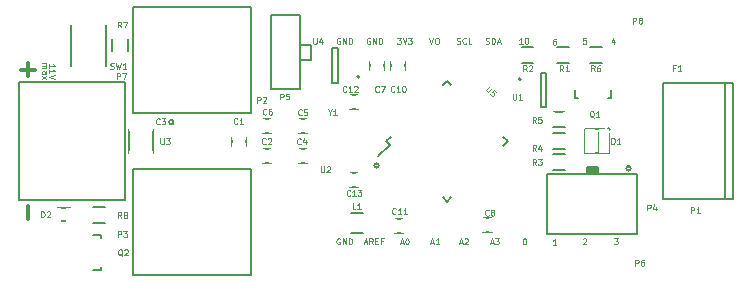
<source format=gto>
G04 #@! TF.FileFunction,Legend,Top*
%FSLAX46Y46*%
G04 Gerber Fmt 4.6, Leading zero omitted, Abs format (unit mm)*
G04 Created by KiCad (PCBNEW 4.0.2-stable) date 11/17/2016 12:04:15 PM*
%MOMM*%
G01*
G04 APERTURE LIST*
%ADD10C,0.100000*%
%ADD11C,0.200000*%
%ADD12C,0.050000*%
%ADD13C,0.090000*%
%ADD14C,0.300000*%
%ADD15C,0.150000*%
%ADD16R,1.460000X1.050000*%
%ADD17R,2.398980X2.398980*%
%ADD18O,2.398980X2.398980*%
%ADD19R,1.200100X1.200100*%
%ADD20R,1.150000X1.200000*%
%ADD21R,1.200000X1.150000*%
%ADD22R,0.950000X1.000000*%
%ADD23R,3.600000X1.900000*%
%ADD24R,0.900000X1.300000*%
%ADD25R,1.300000X0.900000*%
%ADD26R,1.350000X2.550000*%
%ADD27R,3.650000X2.550000*%
%ADD28R,2.000000X1.400000*%
%ADD29C,3.400000*%
%ADD30R,1.400000X1.650000*%
%ADD31C,1.100000*%
%ADD32R,1.300000X2.400000*%
%ADD33R,0.650000X1.100000*%
%ADD34R,0.900000X0.680000*%
%ADD35R,0.700000X1.200000*%
%ADD36C,2.127200*%
%ADD37O,2.127200X2.127200*%
%ADD38R,2.127200X2.432000*%
%ADD39O,2.127200X2.432000*%
%ADD40R,1.750000X0.800000*%
%ADD41O,1.450000X1.250000*%
%ADD42O,1.900000X1.250000*%
%ADD43R,2.300000X3.300000*%
%ADD44R,2.200000X1.200000*%
%ADD45R,2.300000X1.500000*%
G04 APERTURE END LIST*
D10*
D11*
X101567976Y-108874560D02*
G75*
G03X101567976Y-108874560I-191496J0D01*
G01*
X140272496Y-112786160D02*
G75*
G03X140272496Y-112786160I-191496J0D01*
G01*
X118946656Y-112552480D02*
G75*
G03X118946656Y-112552480I-191496J0D01*
G01*
D12*
X90463810Y-103877143D02*
X90797143Y-103877143D01*
X90749524Y-103877143D02*
X90773333Y-103900952D01*
X90797143Y-103948571D01*
X90797143Y-104020000D01*
X90773333Y-104067619D01*
X90725714Y-104091428D01*
X90463810Y-104091428D01*
X90725714Y-104091428D02*
X90773333Y-104115238D01*
X90797143Y-104162857D01*
X90797143Y-104234285D01*
X90773333Y-104281905D01*
X90725714Y-104305714D01*
X90463810Y-104305714D01*
X90463810Y-104758095D02*
X90725714Y-104758095D01*
X90773333Y-104734286D01*
X90797143Y-104686667D01*
X90797143Y-104591429D01*
X90773333Y-104543810D01*
X90487619Y-104758095D02*
X90463810Y-104710476D01*
X90463810Y-104591429D01*
X90487619Y-104543810D01*
X90535238Y-104520000D01*
X90582857Y-104520000D01*
X90630476Y-104543810D01*
X90654286Y-104591429D01*
X90654286Y-104710476D01*
X90678095Y-104758095D01*
X90463810Y-104948572D02*
X90797143Y-105210476D01*
X90797143Y-104948572D02*
X90463810Y-105210476D01*
D13*
X91043810Y-104250477D02*
X91043810Y-103964763D01*
X91043810Y-104107620D02*
X91543810Y-104107620D01*
X91472381Y-104060001D01*
X91424762Y-104012382D01*
X91400952Y-103964763D01*
X91043810Y-104726667D02*
X91043810Y-104440953D01*
X91043810Y-104583810D02*
X91543810Y-104583810D01*
X91472381Y-104536191D01*
X91424762Y-104488572D01*
X91400952Y-104440953D01*
X91543810Y-104869524D02*
X91043810Y-105036191D01*
X91543810Y-105202857D01*
X118209047Y-101770000D02*
X118161428Y-101746190D01*
X118090000Y-101746190D01*
X118018571Y-101770000D01*
X117970952Y-101817619D01*
X117947143Y-101865238D01*
X117923333Y-101960476D01*
X117923333Y-102031905D01*
X117947143Y-102127143D01*
X117970952Y-102174762D01*
X118018571Y-102222381D01*
X118090000Y-102246190D01*
X118137619Y-102246190D01*
X118209047Y-102222381D01*
X118232857Y-102198571D01*
X118232857Y-102031905D01*
X118137619Y-102031905D01*
X118447143Y-102246190D02*
X118447143Y-101746190D01*
X118732857Y-102246190D01*
X118732857Y-101746190D01*
X118970953Y-102246190D02*
X118970953Y-101746190D01*
X119090000Y-101746190D01*
X119161429Y-101770000D01*
X119209048Y-101817619D01*
X119232857Y-101865238D01*
X119256667Y-101960476D01*
X119256667Y-102031905D01*
X119232857Y-102127143D01*
X119209048Y-102174762D01*
X119161429Y-102222381D01*
X119090000Y-102246190D01*
X118970953Y-102246190D01*
D14*
X89257143Y-117081428D02*
X89257143Y-115938571D01*
X88658572Y-104427143D02*
X89801429Y-104427143D01*
X89230000Y-104998571D02*
X89230000Y-103855714D01*
D13*
X115659047Y-101770000D02*
X115611428Y-101746190D01*
X115540000Y-101746190D01*
X115468571Y-101770000D01*
X115420952Y-101817619D01*
X115397143Y-101865238D01*
X115373333Y-101960476D01*
X115373333Y-102031905D01*
X115397143Y-102127143D01*
X115420952Y-102174762D01*
X115468571Y-102222381D01*
X115540000Y-102246190D01*
X115587619Y-102246190D01*
X115659047Y-102222381D01*
X115682857Y-102198571D01*
X115682857Y-102031905D01*
X115587619Y-102031905D01*
X115897143Y-102246190D02*
X115897143Y-101746190D01*
X116182857Y-102246190D01*
X116182857Y-101746190D01*
X116420953Y-102246190D02*
X116420953Y-101746190D01*
X116540000Y-101746190D01*
X116611429Y-101770000D01*
X116659048Y-101817619D01*
X116682857Y-101865238D01*
X116706667Y-101960476D01*
X116706667Y-102031905D01*
X116682857Y-102127143D01*
X116659048Y-102174762D01*
X116611429Y-102222381D01*
X116540000Y-102246190D01*
X116420953Y-102246190D01*
X120500954Y-101746190D02*
X120810477Y-101746190D01*
X120643811Y-101936667D01*
X120715239Y-101936667D01*
X120762858Y-101960476D01*
X120786668Y-101984286D01*
X120810477Y-102031905D01*
X120810477Y-102150952D01*
X120786668Y-102198571D01*
X120762858Y-102222381D01*
X120715239Y-102246190D01*
X120572382Y-102246190D01*
X120524763Y-102222381D01*
X120500954Y-102198571D01*
X120953334Y-101746190D02*
X121120001Y-102246190D01*
X121286667Y-101746190D01*
X121405715Y-101746190D02*
X121715238Y-101746190D01*
X121548572Y-101936667D01*
X121620000Y-101936667D01*
X121667619Y-101960476D01*
X121691429Y-101984286D01*
X121715238Y-102031905D01*
X121715238Y-102150952D01*
X121691429Y-102198571D01*
X121667619Y-102222381D01*
X121620000Y-102246190D01*
X121477143Y-102246190D01*
X121429524Y-102222381D01*
X121405715Y-102198571D01*
X123221429Y-101746190D02*
X123388096Y-102246190D01*
X123554762Y-101746190D01*
X123816667Y-101746190D02*
X123911905Y-101746190D01*
X123959524Y-101770000D01*
X124007143Y-101817619D01*
X124030952Y-101912857D01*
X124030952Y-102079524D01*
X124007143Y-102174762D01*
X123959524Y-102222381D01*
X123911905Y-102246190D01*
X123816667Y-102246190D01*
X123769048Y-102222381D01*
X123721429Y-102174762D01*
X123697619Y-102079524D01*
X123697619Y-101912857D01*
X123721429Y-101817619D01*
X123769048Y-101770000D01*
X123816667Y-101746190D01*
X125544762Y-102222381D02*
X125616191Y-102246190D01*
X125735238Y-102246190D01*
X125782857Y-102222381D01*
X125806667Y-102198571D01*
X125830476Y-102150952D01*
X125830476Y-102103333D01*
X125806667Y-102055714D01*
X125782857Y-102031905D01*
X125735238Y-102008095D01*
X125640000Y-101984286D01*
X125592381Y-101960476D01*
X125568572Y-101936667D01*
X125544762Y-101889048D01*
X125544762Y-101841429D01*
X125568572Y-101793810D01*
X125592381Y-101770000D01*
X125640000Y-101746190D01*
X125759048Y-101746190D01*
X125830476Y-101770000D01*
X126330476Y-102198571D02*
X126306666Y-102222381D01*
X126235238Y-102246190D01*
X126187619Y-102246190D01*
X126116190Y-102222381D01*
X126068571Y-102174762D01*
X126044762Y-102127143D01*
X126020952Y-102031905D01*
X126020952Y-101960476D01*
X126044762Y-101865238D01*
X126068571Y-101817619D01*
X126116190Y-101770000D01*
X126187619Y-101746190D01*
X126235238Y-101746190D01*
X126306666Y-101770000D01*
X126330476Y-101793810D01*
X126782857Y-102246190D02*
X126544762Y-102246190D01*
X126544762Y-101746190D01*
X127992858Y-102222381D02*
X128064287Y-102246190D01*
X128183334Y-102246190D01*
X128230953Y-102222381D01*
X128254763Y-102198571D01*
X128278572Y-102150952D01*
X128278572Y-102103333D01*
X128254763Y-102055714D01*
X128230953Y-102031905D01*
X128183334Y-102008095D01*
X128088096Y-101984286D01*
X128040477Y-101960476D01*
X128016668Y-101936667D01*
X127992858Y-101889048D01*
X127992858Y-101841429D01*
X128016668Y-101793810D01*
X128040477Y-101770000D01*
X128088096Y-101746190D01*
X128207144Y-101746190D01*
X128278572Y-101770000D01*
X128492858Y-102246190D02*
X128492858Y-101746190D01*
X128611905Y-101746190D01*
X128683334Y-101770000D01*
X128730953Y-101817619D01*
X128754762Y-101865238D01*
X128778572Y-101960476D01*
X128778572Y-102031905D01*
X128754762Y-102127143D01*
X128730953Y-102174762D01*
X128683334Y-102222381D01*
X128611905Y-102246190D01*
X128492858Y-102246190D01*
X128969048Y-102103333D02*
X129207143Y-102103333D01*
X128921429Y-102246190D02*
X129088096Y-101746190D01*
X129254762Y-102246190D01*
X131114762Y-102246190D02*
X130829048Y-102246190D01*
X130971905Y-102246190D02*
X130971905Y-101746190D01*
X130924286Y-101817619D01*
X130876667Y-101865238D01*
X130829048Y-101889048D01*
X131424286Y-101746190D02*
X131471905Y-101746190D01*
X131519524Y-101770000D01*
X131543333Y-101793810D01*
X131567143Y-101841429D01*
X131590952Y-101936667D01*
X131590952Y-102055714D01*
X131567143Y-102150952D01*
X131543333Y-102198571D01*
X131519524Y-102222381D01*
X131471905Y-102246190D01*
X131424286Y-102246190D01*
X131376667Y-102222381D01*
X131352857Y-102198571D01*
X131329048Y-102150952D01*
X131305238Y-102055714D01*
X131305238Y-101936667D01*
X131329048Y-101841429D01*
X131352857Y-101793810D01*
X131376667Y-101770000D01*
X131424286Y-101746190D01*
X133905238Y-101816190D02*
X133810000Y-101816190D01*
X133762381Y-101840000D01*
X133738572Y-101863810D01*
X133690953Y-101935238D01*
X133667143Y-102030476D01*
X133667143Y-102220952D01*
X133690953Y-102268571D01*
X133714762Y-102292381D01*
X133762381Y-102316190D01*
X133857619Y-102316190D01*
X133905238Y-102292381D01*
X133929048Y-102268571D01*
X133952857Y-102220952D01*
X133952857Y-102101905D01*
X133929048Y-102054286D01*
X133905238Y-102030476D01*
X133857619Y-102006667D01*
X133762381Y-102006667D01*
X133714762Y-102030476D01*
X133690953Y-102054286D01*
X133667143Y-102101905D01*
X136479048Y-101746190D02*
X136240953Y-101746190D01*
X136217143Y-101984286D01*
X136240953Y-101960476D01*
X136288572Y-101936667D01*
X136407619Y-101936667D01*
X136455238Y-101960476D01*
X136479048Y-101984286D01*
X136502857Y-102031905D01*
X136502857Y-102150952D01*
X136479048Y-102198571D01*
X136455238Y-102222381D01*
X136407619Y-102246190D01*
X136288572Y-102246190D01*
X136240953Y-102222381D01*
X136217143Y-102198571D01*
X138895238Y-101912857D02*
X138895238Y-102246190D01*
X138776191Y-101722381D02*
X138657143Y-102079524D01*
X138966667Y-102079524D01*
X138853334Y-118726190D02*
X139162857Y-118726190D01*
X138996191Y-118916667D01*
X139067619Y-118916667D01*
X139115238Y-118940476D01*
X139139048Y-118964286D01*
X139162857Y-119011905D01*
X139162857Y-119130952D01*
X139139048Y-119178571D01*
X139115238Y-119202381D01*
X139067619Y-119226190D01*
X138924762Y-119226190D01*
X138877143Y-119202381D01*
X138853334Y-119178571D01*
X136217143Y-118773810D02*
X136240953Y-118750000D01*
X136288572Y-118726190D01*
X136407619Y-118726190D01*
X136455238Y-118750000D01*
X136479048Y-118773810D01*
X136502857Y-118821429D01*
X136502857Y-118869048D01*
X136479048Y-118940476D01*
X136193334Y-119226190D01*
X136502857Y-119226190D01*
X133962857Y-119256190D02*
X133677143Y-119256190D01*
X133820000Y-119256190D02*
X133820000Y-118756190D01*
X133772381Y-118827619D01*
X133724762Y-118875238D01*
X133677143Y-118899048D01*
X131246191Y-118726190D02*
X131293810Y-118726190D01*
X131341429Y-118750000D01*
X131365238Y-118773810D01*
X131389048Y-118821429D01*
X131412857Y-118916667D01*
X131412857Y-119035714D01*
X131389048Y-119130952D01*
X131365238Y-119178571D01*
X131341429Y-119202381D01*
X131293810Y-119226190D01*
X131246191Y-119226190D01*
X131198572Y-119202381D01*
X131174762Y-119178571D01*
X131150953Y-119130952D01*
X131127143Y-119035714D01*
X131127143Y-118916667D01*
X131150953Y-118821429D01*
X131174762Y-118773810D01*
X131198572Y-118750000D01*
X131246191Y-118726190D01*
X128372858Y-119073333D02*
X128610953Y-119073333D01*
X128325239Y-119216190D02*
X128491906Y-118716190D01*
X128658572Y-119216190D01*
X128777620Y-118716190D02*
X129087143Y-118716190D01*
X128920477Y-118906667D01*
X128991905Y-118906667D01*
X129039524Y-118930476D01*
X129063334Y-118954286D01*
X129087143Y-119001905D01*
X129087143Y-119120952D01*
X129063334Y-119168571D01*
X129039524Y-119192381D01*
X128991905Y-119216190D01*
X128849048Y-119216190D01*
X128801429Y-119192381D01*
X128777620Y-119168571D01*
X125772858Y-119073333D02*
X126010953Y-119073333D01*
X125725239Y-119216190D02*
X125891906Y-118716190D01*
X126058572Y-119216190D01*
X126201429Y-118763810D02*
X126225239Y-118740000D01*
X126272858Y-118716190D01*
X126391905Y-118716190D01*
X126439524Y-118740000D01*
X126463334Y-118763810D01*
X126487143Y-118811429D01*
X126487143Y-118859048D01*
X126463334Y-118930476D01*
X126177620Y-119216190D01*
X126487143Y-119216190D01*
X123342858Y-119083333D02*
X123580953Y-119083333D01*
X123295239Y-119226190D02*
X123461906Y-118726190D01*
X123628572Y-119226190D01*
X124057143Y-119226190D02*
X123771429Y-119226190D01*
X123914286Y-119226190D02*
X123914286Y-118726190D01*
X123866667Y-118797619D01*
X123819048Y-118845238D01*
X123771429Y-118869048D01*
X120752858Y-119083333D02*
X120990953Y-119083333D01*
X120705239Y-119226190D02*
X120871906Y-118726190D01*
X121038572Y-119226190D01*
X121300477Y-118726190D02*
X121348096Y-118726190D01*
X121395715Y-118750000D01*
X121419524Y-118773810D01*
X121443334Y-118821429D01*
X121467143Y-118916667D01*
X121467143Y-119035714D01*
X121443334Y-119130952D01*
X121419524Y-119178571D01*
X121395715Y-119202381D01*
X121348096Y-119226190D01*
X121300477Y-119226190D01*
X121252858Y-119202381D01*
X121229048Y-119178571D01*
X121205239Y-119130952D01*
X121181429Y-119035714D01*
X121181429Y-118916667D01*
X121205239Y-118821429D01*
X121229048Y-118773810D01*
X121252858Y-118750000D01*
X121300477Y-118726190D01*
X117700477Y-119063333D02*
X117938572Y-119063333D01*
X117652858Y-119206190D02*
X117819525Y-118706190D01*
X117986191Y-119206190D01*
X118438572Y-119206190D02*
X118271905Y-118968095D01*
X118152858Y-119206190D02*
X118152858Y-118706190D01*
X118343334Y-118706190D01*
X118390953Y-118730000D01*
X118414762Y-118753810D01*
X118438572Y-118801429D01*
X118438572Y-118872857D01*
X118414762Y-118920476D01*
X118390953Y-118944286D01*
X118343334Y-118968095D01*
X118152858Y-118968095D01*
X118652858Y-118944286D02*
X118819524Y-118944286D01*
X118890953Y-119206190D02*
X118652858Y-119206190D01*
X118652858Y-118706190D01*
X118890953Y-118706190D01*
X119271905Y-118944286D02*
X119105239Y-118944286D01*
X119105239Y-119206190D02*
X119105239Y-118706190D01*
X119343334Y-118706190D01*
X115639047Y-118740000D02*
X115591428Y-118716190D01*
X115520000Y-118716190D01*
X115448571Y-118740000D01*
X115400952Y-118787619D01*
X115377143Y-118835238D01*
X115353333Y-118930476D01*
X115353333Y-119001905D01*
X115377143Y-119097143D01*
X115400952Y-119144762D01*
X115448571Y-119192381D01*
X115520000Y-119216190D01*
X115567619Y-119216190D01*
X115639047Y-119192381D01*
X115662857Y-119168571D01*
X115662857Y-119001905D01*
X115567619Y-119001905D01*
X115877143Y-119216190D02*
X115877143Y-118716190D01*
X116162857Y-119216190D01*
X116162857Y-118716190D01*
X116400953Y-119216190D02*
X116400953Y-118716190D01*
X116520000Y-118716190D01*
X116591429Y-118740000D01*
X116639048Y-118787619D01*
X116662857Y-118835238D01*
X116686667Y-118930476D01*
X116686667Y-119001905D01*
X116662857Y-119097143D01*
X116639048Y-119144762D01*
X116591429Y-119192381D01*
X116520000Y-119216190D01*
X116400953Y-119216190D01*
D15*
X117310000Y-105030000D02*
G75*
G03X117310000Y-105030000I-100000J0D01*
G01*
X114960000Y-105530000D02*
X115460000Y-105530000D01*
X114960000Y-102630000D02*
X114960000Y-105530000D01*
X115460000Y-102630000D02*
X114960000Y-102630000D01*
X115460000Y-105530000D02*
X115460000Y-102630000D01*
X119587476Y-110490000D02*
X119887996Y-110790520D01*
X124714000Y-105363476D02*
X125085231Y-105734707D01*
X129840524Y-110490000D02*
X129469293Y-110118769D01*
X124714000Y-115616524D02*
X124342769Y-115245293D01*
X119587476Y-110490000D02*
X119958707Y-110118769D01*
X124714000Y-115616524D02*
X125085231Y-115245293D01*
X129840524Y-110490000D02*
X129469293Y-110861231D01*
X124714000Y-105363476D02*
X124342769Y-105734707D01*
X119887996Y-110790520D02*
X118915724Y-111762792D01*
X108150000Y-99130000D02*
X98150000Y-99130000D01*
X108150000Y-108130000D02*
X98150000Y-108130000D01*
X108150000Y-99130000D02*
X108150000Y-108130000D01*
X98150000Y-99130000D02*
X98150000Y-108130000D01*
X135770840Y-106860240D02*
X135819100Y-106860240D01*
X138569820Y-106159200D02*
X138569820Y-106860240D01*
X138569820Y-106860240D02*
X138320900Y-106860240D01*
X135770840Y-106860240D02*
X135570180Y-106860240D01*
X135570180Y-106860240D02*
X135570180Y-106159200D01*
X107680000Y-110160000D02*
X107680000Y-110860000D01*
X106480000Y-110860000D02*
X106480000Y-110160000D01*
X109124000Y-111160000D02*
X109824000Y-111160000D01*
X109824000Y-112360000D02*
X109124000Y-112360000D01*
X112872000Y-112360000D02*
X112172000Y-112360000D01*
X112172000Y-111160000D02*
X112872000Y-111160000D01*
X112872000Y-109820000D02*
X112172000Y-109820000D01*
X112172000Y-108620000D02*
X112872000Y-108620000D01*
X109124000Y-108620000D02*
X109824000Y-108620000D01*
X109824000Y-109820000D02*
X109124000Y-109820000D01*
X118190000Y-104420000D02*
X118190000Y-103720000D01*
X119390000Y-103720000D02*
X119390000Y-104420000D01*
X128490000Y-118210000D02*
X127790000Y-118210000D01*
X127790000Y-117010000D02*
X128490000Y-117010000D01*
X121200000Y-103730000D02*
X121200000Y-104430000D01*
X120000000Y-104430000D02*
X120000000Y-103730000D01*
X121020000Y-118240000D02*
X120320000Y-118240000D01*
X120320000Y-117040000D02*
X121020000Y-117040000D01*
X117200000Y-107800000D02*
X116500000Y-107800000D01*
X116500000Y-106600000D02*
X117200000Y-106600000D01*
X117200000Y-114400000D02*
X116500000Y-114400000D01*
X116500000Y-113200000D02*
X117200000Y-113200000D01*
X138500000Y-109490000D02*
G75*
G03X138500000Y-109490000I-100000J0D01*
G01*
X137400000Y-109490000D02*
X138100000Y-109490000D01*
X138400000Y-111490000D02*
X138400000Y-109790000D01*
X137600000Y-111290000D02*
X137600000Y-109690000D01*
X137200000Y-111290000D02*
X137200000Y-109690000D01*
X137400000Y-109490000D02*
X136400000Y-109490000D01*
X136400000Y-109490000D02*
X136400000Y-111490000D01*
X136400000Y-111490000D02*
X138400000Y-111490000D01*
X98150000Y-121848000D02*
X108150000Y-121848000D01*
X98150000Y-112848000D02*
X108150000Y-112848000D01*
X98150000Y-121848000D02*
X98150000Y-112848000D01*
X108150000Y-121848000D02*
X108150000Y-112848000D01*
X134040000Y-102505000D02*
X135040000Y-102505000D01*
X135040000Y-103855000D02*
X134040000Y-103855000D01*
X131030000Y-102505000D02*
X132030000Y-102505000D01*
X132030000Y-103855000D02*
X131030000Y-103855000D01*
X133690000Y-111555000D02*
X134690000Y-111555000D01*
X134690000Y-112905000D02*
X133690000Y-112905000D01*
X133690000Y-109765000D02*
X134690000Y-109765000D01*
X134690000Y-111115000D02*
X133690000Y-111115000D01*
X133690000Y-107975000D02*
X134690000Y-107975000D01*
X134690000Y-109325000D02*
X133690000Y-109325000D01*
X137860000Y-103855000D02*
X136860000Y-103855000D01*
X136860000Y-102505000D02*
X137860000Y-102505000D01*
X96355000Y-102850000D02*
X96355000Y-101850000D01*
X97705000Y-101850000D02*
X97705000Y-102850000D01*
X95750000Y-117415000D02*
X94750000Y-117415000D01*
X94750000Y-116065000D02*
X95750000Y-116065000D01*
X88464000Y-105490000D02*
X88464000Y-115490000D01*
X97464000Y-105490000D02*
X97464000Y-115490000D01*
X88464000Y-105490000D02*
X97464000Y-105490000D01*
X88464000Y-115490000D02*
X97464000Y-115490000D01*
X99831000Y-111490000D02*
X99831000Y-109490000D01*
X97781000Y-109490000D02*
X97781000Y-111490000D01*
X95440240Y-121199160D02*
X95440240Y-121150900D01*
X94739200Y-118400180D02*
X95440240Y-118400180D01*
X95440240Y-118400180D02*
X95440240Y-118649100D01*
X95440240Y-121199160D02*
X95440240Y-121399820D01*
X95440240Y-121399820D02*
X94739200Y-121399820D01*
X117570000Y-116590000D02*
X116570000Y-116590000D01*
X116570000Y-118290000D02*
X117570000Y-118290000D01*
X112295000Y-102335000D02*
X113184000Y-102335000D01*
X113184000Y-102335000D02*
X113184000Y-102462000D01*
X112295000Y-103605000D02*
X113184000Y-103605000D01*
X113184000Y-103605000D02*
X113184000Y-102462000D01*
X109790000Y-106110000D02*
X109790000Y-99830000D01*
X109790000Y-99830000D02*
X112260000Y-99830000D01*
X109790000Y-106110000D02*
X112260000Y-106110000D01*
X112260000Y-106110000D02*
X112260000Y-99830000D01*
X92870000Y-116180000D02*
X91670000Y-116180000D01*
X92870000Y-117280000D02*
X91670000Y-117280000D01*
X130990000Y-105230000D02*
G75*
G03X130990000Y-105230000I-100000J0D01*
G01*
X133140000Y-104730000D02*
X132640000Y-104730000D01*
X133140000Y-107630000D02*
X133140000Y-104730000D01*
X132640000Y-107630000D02*
X133140000Y-107630000D01*
X132640000Y-104730000D02*
X132640000Y-107630000D01*
X136575000Y-112785000D02*
X137425000Y-112785000D01*
X137425000Y-112785000D02*
X137425000Y-113210000D01*
X137425000Y-113210000D02*
X136650000Y-113210000D01*
X136650000Y-113210000D02*
X136650000Y-112860000D01*
X136650000Y-112860000D02*
X137300000Y-112860000D01*
X137300000Y-112860000D02*
X137300000Y-113135000D01*
X137300000Y-113135000D02*
X136775000Y-113135000D01*
X136775000Y-113135000D02*
X136775000Y-112935000D01*
X136775000Y-112935000D02*
X137200000Y-112935000D01*
X137200000Y-112935000D02*
X137200000Y-113060000D01*
X137200000Y-113060000D02*
X136875000Y-113035000D01*
X136875000Y-113035000D02*
X136850000Y-113035000D01*
X137025000Y-112685000D02*
X136550000Y-112685000D01*
X136550000Y-112685000D02*
X136550000Y-113285000D01*
X137025000Y-112685000D02*
X137525000Y-112685000D01*
X137525000Y-112685000D02*
X137525000Y-113285000D01*
X138280000Y-113290000D02*
X140820000Y-113290000D01*
X140820000Y-113290000D02*
X140820000Y-115830000D01*
X138280000Y-113290000D02*
X133200000Y-113290000D01*
X133200000Y-113290000D02*
X133200000Y-118370000D01*
X133200000Y-118370000D02*
X138280000Y-118370000D01*
X140820000Y-118370000D02*
X140820000Y-115830000D01*
X138280000Y-118370000D02*
X140820000Y-118370000D01*
X148270000Y-115380000D02*
X148970000Y-115380000D01*
X148970000Y-115380000D02*
X148970000Y-105580000D01*
X148970000Y-105580000D02*
X148270000Y-105580000D01*
X142970000Y-105580000D02*
X143070000Y-105580000D01*
X142970000Y-115380000D02*
X143070000Y-115380000D01*
X142970000Y-115380000D02*
X142970000Y-105580000D01*
X148270000Y-115380000D02*
X148270000Y-105580000D01*
X145670000Y-115380000D02*
X148270000Y-115380000D01*
X145670000Y-115380000D02*
X143070000Y-115380000D01*
X145670000Y-105580000D02*
X148270000Y-105580000D01*
X145670000Y-105580000D02*
X143070000Y-105580000D01*
X95870000Y-104120000D02*
X95870000Y-100620000D01*
X92870000Y-104120000D02*
X92870000Y-100620000D01*
D12*
X113389048Y-101746190D02*
X113389048Y-102150952D01*
X113412857Y-102198571D01*
X113436667Y-102222381D01*
X113484286Y-102246190D01*
X113579524Y-102246190D01*
X113627143Y-102222381D01*
X113650952Y-102198571D01*
X113674762Y-102150952D01*
X113674762Y-101746190D01*
X114127143Y-101912857D02*
X114127143Y-102246190D01*
X114008096Y-101722381D02*
X113889048Y-102079524D01*
X114198572Y-102079524D01*
X128364239Y-105787013D02*
X128078029Y-106073223D01*
X128061193Y-106123731D01*
X128061193Y-106157403D01*
X128078029Y-106207910D01*
X128145373Y-106275254D01*
X128195880Y-106292090D01*
X128229552Y-106292089D01*
X128280060Y-106275254D01*
X128566269Y-105989044D01*
X128902987Y-106325762D02*
X128734629Y-106157403D01*
X128549433Y-106308926D01*
X128583106Y-106308926D01*
X128633613Y-106325762D01*
X128717792Y-106409941D01*
X128734628Y-106460448D01*
X128734628Y-106494121D01*
X128717792Y-106544628D01*
X128633613Y-106628807D01*
X128583106Y-106645643D01*
X128549433Y-106645643D01*
X128498926Y-106628807D01*
X128414747Y-106544628D01*
X128397911Y-106494121D01*
X128397911Y-106460448D01*
X108660953Y-107226190D02*
X108660953Y-106726190D01*
X108851429Y-106726190D01*
X108899048Y-106750000D01*
X108922857Y-106773810D01*
X108946667Y-106821429D01*
X108946667Y-106892857D01*
X108922857Y-106940476D01*
X108899048Y-106964286D01*
X108851429Y-106988095D01*
X108660953Y-106988095D01*
X109137143Y-106773810D02*
X109160953Y-106750000D01*
X109208572Y-106726190D01*
X109327619Y-106726190D01*
X109375238Y-106750000D01*
X109399048Y-106773810D01*
X109422857Y-106821429D01*
X109422857Y-106869048D01*
X109399048Y-106940476D01*
X109113334Y-107226190D01*
X109422857Y-107226190D01*
X137162381Y-108483810D02*
X137114762Y-108460000D01*
X137067143Y-108412381D01*
X136995714Y-108340952D01*
X136948095Y-108317143D01*
X136900476Y-108317143D01*
X136924286Y-108436190D02*
X136876667Y-108412381D01*
X136829048Y-108364762D01*
X136805238Y-108269524D01*
X136805238Y-108102857D01*
X136829048Y-108007619D01*
X136876667Y-107960000D01*
X136924286Y-107936190D01*
X137019524Y-107936190D01*
X137067143Y-107960000D01*
X137114762Y-108007619D01*
X137138571Y-108102857D01*
X137138571Y-108269524D01*
X137114762Y-108364762D01*
X137067143Y-108412381D01*
X137019524Y-108436190D01*
X136924286Y-108436190D01*
X137614762Y-108436190D02*
X137329048Y-108436190D01*
X137471905Y-108436190D02*
X137471905Y-107936190D01*
X137424286Y-108007619D01*
X137376667Y-108055238D01*
X137329048Y-108079048D01*
X106966667Y-108988571D02*
X106942857Y-109012381D01*
X106871429Y-109036190D01*
X106823810Y-109036190D01*
X106752381Y-109012381D01*
X106704762Y-108964762D01*
X106680953Y-108917143D01*
X106657143Y-108821905D01*
X106657143Y-108750476D01*
X106680953Y-108655238D01*
X106704762Y-108607619D01*
X106752381Y-108560000D01*
X106823810Y-108536190D01*
X106871429Y-108536190D01*
X106942857Y-108560000D01*
X106966667Y-108583810D01*
X107442857Y-109036190D02*
X107157143Y-109036190D01*
X107300000Y-109036190D02*
X107300000Y-108536190D01*
X107252381Y-108607619D01*
X107204762Y-108655238D01*
X107157143Y-108679048D01*
X109356667Y-110688571D02*
X109332857Y-110712381D01*
X109261429Y-110736190D01*
X109213810Y-110736190D01*
X109142381Y-110712381D01*
X109094762Y-110664762D01*
X109070953Y-110617143D01*
X109047143Y-110521905D01*
X109047143Y-110450476D01*
X109070953Y-110355238D01*
X109094762Y-110307619D01*
X109142381Y-110260000D01*
X109213810Y-110236190D01*
X109261429Y-110236190D01*
X109332857Y-110260000D01*
X109356667Y-110283810D01*
X109547143Y-110283810D02*
X109570953Y-110260000D01*
X109618572Y-110236190D01*
X109737619Y-110236190D01*
X109785238Y-110260000D01*
X109809048Y-110283810D01*
X109832857Y-110331429D01*
X109832857Y-110379048D01*
X109809048Y-110450476D01*
X109523334Y-110736190D01*
X109832857Y-110736190D01*
X112326667Y-110708571D02*
X112302857Y-110732381D01*
X112231429Y-110756190D01*
X112183810Y-110756190D01*
X112112381Y-110732381D01*
X112064762Y-110684762D01*
X112040953Y-110637143D01*
X112017143Y-110541905D01*
X112017143Y-110470476D01*
X112040953Y-110375238D01*
X112064762Y-110327619D01*
X112112381Y-110280000D01*
X112183810Y-110256190D01*
X112231429Y-110256190D01*
X112302857Y-110280000D01*
X112326667Y-110303810D01*
X112755238Y-110422857D02*
X112755238Y-110756190D01*
X112636191Y-110232381D02*
X112517143Y-110589524D01*
X112826667Y-110589524D01*
X112426667Y-108248571D02*
X112402857Y-108272381D01*
X112331429Y-108296190D01*
X112283810Y-108296190D01*
X112212381Y-108272381D01*
X112164762Y-108224762D01*
X112140953Y-108177143D01*
X112117143Y-108081905D01*
X112117143Y-108010476D01*
X112140953Y-107915238D01*
X112164762Y-107867619D01*
X112212381Y-107820000D01*
X112283810Y-107796190D01*
X112331429Y-107796190D01*
X112402857Y-107820000D01*
X112426667Y-107843810D01*
X112879048Y-107796190D02*
X112640953Y-107796190D01*
X112617143Y-108034286D01*
X112640953Y-108010476D01*
X112688572Y-107986667D01*
X112807619Y-107986667D01*
X112855238Y-108010476D01*
X112879048Y-108034286D01*
X112902857Y-108081905D01*
X112902857Y-108200952D01*
X112879048Y-108248571D01*
X112855238Y-108272381D01*
X112807619Y-108296190D01*
X112688572Y-108296190D01*
X112640953Y-108272381D01*
X112617143Y-108248571D01*
X109416667Y-108198571D02*
X109392857Y-108222381D01*
X109321429Y-108246190D01*
X109273810Y-108246190D01*
X109202381Y-108222381D01*
X109154762Y-108174762D01*
X109130953Y-108127143D01*
X109107143Y-108031905D01*
X109107143Y-107960476D01*
X109130953Y-107865238D01*
X109154762Y-107817619D01*
X109202381Y-107770000D01*
X109273810Y-107746190D01*
X109321429Y-107746190D01*
X109392857Y-107770000D01*
X109416667Y-107793810D01*
X109845238Y-107746190D02*
X109750000Y-107746190D01*
X109702381Y-107770000D01*
X109678572Y-107793810D01*
X109630953Y-107865238D01*
X109607143Y-107960476D01*
X109607143Y-108150952D01*
X109630953Y-108198571D01*
X109654762Y-108222381D01*
X109702381Y-108246190D01*
X109797619Y-108246190D01*
X109845238Y-108222381D01*
X109869048Y-108198571D01*
X109892857Y-108150952D01*
X109892857Y-108031905D01*
X109869048Y-107984286D01*
X109845238Y-107960476D01*
X109797619Y-107936667D01*
X109702381Y-107936667D01*
X109654762Y-107960476D01*
X109630953Y-107984286D01*
X109607143Y-108031905D01*
X118946667Y-106268571D02*
X118922857Y-106292381D01*
X118851429Y-106316190D01*
X118803810Y-106316190D01*
X118732381Y-106292381D01*
X118684762Y-106244762D01*
X118660953Y-106197143D01*
X118637143Y-106101905D01*
X118637143Y-106030476D01*
X118660953Y-105935238D01*
X118684762Y-105887619D01*
X118732381Y-105840000D01*
X118803810Y-105816190D01*
X118851429Y-105816190D01*
X118922857Y-105840000D01*
X118946667Y-105863810D01*
X119113334Y-105816190D02*
X119446667Y-105816190D01*
X119232381Y-106316190D01*
X128262667Y-116734571D02*
X128238857Y-116758381D01*
X128167429Y-116782190D01*
X128119810Y-116782190D01*
X128048381Y-116758381D01*
X128000762Y-116710762D01*
X127976953Y-116663143D01*
X127953143Y-116567905D01*
X127953143Y-116496476D01*
X127976953Y-116401238D01*
X128000762Y-116353619D01*
X128048381Y-116306000D01*
X128119810Y-116282190D01*
X128167429Y-116282190D01*
X128238857Y-116306000D01*
X128262667Y-116329810D01*
X128548381Y-116496476D02*
X128500762Y-116472667D01*
X128476953Y-116448857D01*
X128453143Y-116401238D01*
X128453143Y-116377429D01*
X128476953Y-116329810D01*
X128500762Y-116306000D01*
X128548381Y-116282190D01*
X128643619Y-116282190D01*
X128691238Y-116306000D01*
X128715048Y-116329810D01*
X128738857Y-116377429D01*
X128738857Y-116401238D01*
X128715048Y-116448857D01*
X128691238Y-116472667D01*
X128643619Y-116496476D01*
X128548381Y-116496476D01*
X128500762Y-116520286D01*
X128476953Y-116544095D01*
X128453143Y-116591714D01*
X128453143Y-116686952D01*
X128476953Y-116734571D01*
X128500762Y-116758381D01*
X128548381Y-116782190D01*
X128643619Y-116782190D01*
X128691238Y-116758381D01*
X128715048Y-116734571D01*
X128738857Y-116686952D01*
X128738857Y-116591714D01*
X128715048Y-116544095D01*
X128691238Y-116520286D01*
X128643619Y-116496476D01*
X120258572Y-106258571D02*
X120234762Y-106282381D01*
X120163334Y-106306190D01*
X120115715Y-106306190D01*
X120044286Y-106282381D01*
X119996667Y-106234762D01*
X119972858Y-106187143D01*
X119949048Y-106091905D01*
X119949048Y-106020476D01*
X119972858Y-105925238D01*
X119996667Y-105877619D01*
X120044286Y-105830000D01*
X120115715Y-105806190D01*
X120163334Y-105806190D01*
X120234762Y-105830000D01*
X120258572Y-105853810D01*
X120734762Y-106306190D02*
X120449048Y-106306190D01*
X120591905Y-106306190D02*
X120591905Y-105806190D01*
X120544286Y-105877619D01*
X120496667Y-105925238D01*
X120449048Y-105949048D01*
X121044286Y-105806190D02*
X121091905Y-105806190D01*
X121139524Y-105830000D01*
X121163333Y-105853810D01*
X121187143Y-105901429D01*
X121210952Y-105996667D01*
X121210952Y-106115714D01*
X121187143Y-106210952D01*
X121163333Y-106258571D01*
X121139524Y-106282381D01*
X121091905Y-106306190D01*
X121044286Y-106306190D01*
X120996667Y-106282381D01*
X120972857Y-106258571D01*
X120949048Y-106210952D01*
X120925238Y-106115714D01*
X120925238Y-105996667D01*
X120949048Y-105901429D01*
X120972857Y-105853810D01*
X120996667Y-105830000D01*
X121044286Y-105806190D01*
X120378572Y-116608571D02*
X120354762Y-116632381D01*
X120283334Y-116656190D01*
X120235715Y-116656190D01*
X120164286Y-116632381D01*
X120116667Y-116584762D01*
X120092858Y-116537143D01*
X120069048Y-116441905D01*
X120069048Y-116370476D01*
X120092858Y-116275238D01*
X120116667Y-116227619D01*
X120164286Y-116180000D01*
X120235715Y-116156190D01*
X120283334Y-116156190D01*
X120354762Y-116180000D01*
X120378572Y-116203810D01*
X120854762Y-116656190D02*
X120569048Y-116656190D01*
X120711905Y-116656190D02*
X120711905Y-116156190D01*
X120664286Y-116227619D01*
X120616667Y-116275238D01*
X120569048Y-116299048D01*
X121330952Y-116656190D02*
X121045238Y-116656190D01*
X121188095Y-116656190D02*
X121188095Y-116156190D01*
X121140476Y-116227619D01*
X121092857Y-116275238D01*
X121045238Y-116299048D01*
X116188572Y-106268571D02*
X116164762Y-106292381D01*
X116093334Y-106316190D01*
X116045715Y-106316190D01*
X115974286Y-106292381D01*
X115926667Y-106244762D01*
X115902858Y-106197143D01*
X115879048Y-106101905D01*
X115879048Y-106030476D01*
X115902858Y-105935238D01*
X115926667Y-105887619D01*
X115974286Y-105840000D01*
X116045715Y-105816190D01*
X116093334Y-105816190D01*
X116164762Y-105840000D01*
X116188572Y-105863810D01*
X116664762Y-106316190D02*
X116379048Y-106316190D01*
X116521905Y-106316190D02*
X116521905Y-105816190D01*
X116474286Y-105887619D01*
X116426667Y-105935238D01*
X116379048Y-105959048D01*
X116855238Y-105863810D02*
X116879048Y-105840000D01*
X116926667Y-105816190D01*
X117045714Y-105816190D01*
X117093333Y-105840000D01*
X117117143Y-105863810D01*
X117140952Y-105911429D01*
X117140952Y-105959048D01*
X117117143Y-106030476D01*
X116831429Y-106316190D01*
X117140952Y-106316190D01*
X116518572Y-115068571D02*
X116494762Y-115092381D01*
X116423334Y-115116190D01*
X116375715Y-115116190D01*
X116304286Y-115092381D01*
X116256667Y-115044762D01*
X116232858Y-114997143D01*
X116209048Y-114901905D01*
X116209048Y-114830476D01*
X116232858Y-114735238D01*
X116256667Y-114687619D01*
X116304286Y-114640000D01*
X116375715Y-114616190D01*
X116423334Y-114616190D01*
X116494762Y-114640000D01*
X116518572Y-114663810D01*
X116994762Y-115116190D02*
X116709048Y-115116190D01*
X116851905Y-115116190D02*
X116851905Y-114616190D01*
X116804286Y-114687619D01*
X116756667Y-114735238D01*
X116709048Y-114759048D01*
X117161429Y-114616190D02*
X117470952Y-114616190D01*
X117304286Y-114806667D01*
X117375714Y-114806667D01*
X117423333Y-114830476D01*
X117447143Y-114854286D01*
X117470952Y-114901905D01*
X117470952Y-115020952D01*
X117447143Y-115068571D01*
X117423333Y-115092381D01*
X117375714Y-115116190D01*
X117232857Y-115116190D01*
X117185238Y-115092381D01*
X117161429Y-115068571D01*
X138640953Y-110716190D02*
X138640953Y-110216190D01*
X138760000Y-110216190D01*
X138831429Y-110240000D01*
X138879048Y-110287619D01*
X138902857Y-110335238D01*
X138926667Y-110430476D01*
X138926667Y-110501905D01*
X138902857Y-110597143D01*
X138879048Y-110644762D01*
X138831429Y-110692381D01*
X138760000Y-110716190D01*
X138640953Y-110716190D01*
X139402857Y-110716190D02*
X139117143Y-110716190D01*
X139260000Y-110716190D02*
X139260000Y-110216190D01*
X139212381Y-110287619D01*
X139164762Y-110335238D01*
X139117143Y-110359048D01*
X144023334Y-104274286D02*
X143856668Y-104274286D01*
X143856668Y-104536190D02*
X143856668Y-104036190D01*
X144094763Y-104036190D01*
X144547143Y-104536190D02*
X144261429Y-104536190D01*
X144404286Y-104536190D02*
X144404286Y-104036190D01*
X144356667Y-104107619D01*
X144309048Y-104155238D01*
X144261429Y-104179048D01*
X96870953Y-118596190D02*
X96870953Y-118096190D01*
X97061429Y-118096190D01*
X97109048Y-118120000D01*
X97132857Y-118143810D01*
X97156667Y-118191429D01*
X97156667Y-118262857D01*
X97132857Y-118310476D01*
X97109048Y-118334286D01*
X97061429Y-118358095D01*
X96870953Y-118358095D01*
X97323334Y-118096190D02*
X97632857Y-118096190D01*
X97466191Y-118286667D01*
X97537619Y-118286667D01*
X97585238Y-118310476D01*
X97609048Y-118334286D01*
X97632857Y-118381905D01*
X97632857Y-118500952D01*
X97609048Y-118548571D01*
X97585238Y-118572381D01*
X97537619Y-118596190D01*
X97394762Y-118596190D01*
X97347143Y-118572381D01*
X97323334Y-118548571D01*
X134566667Y-104576190D02*
X134400000Y-104338095D01*
X134280953Y-104576190D02*
X134280953Y-104076190D01*
X134471429Y-104076190D01*
X134519048Y-104100000D01*
X134542857Y-104123810D01*
X134566667Y-104171429D01*
X134566667Y-104242857D01*
X134542857Y-104290476D01*
X134519048Y-104314286D01*
X134471429Y-104338095D01*
X134280953Y-104338095D01*
X135042857Y-104576190D02*
X134757143Y-104576190D01*
X134900000Y-104576190D02*
X134900000Y-104076190D01*
X134852381Y-104147619D01*
X134804762Y-104195238D01*
X134757143Y-104219048D01*
X131466667Y-104576190D02*
X131300000Y-104338095D01*
X131180953Y-104576190D02*
X131180953Y-104076190D01*
X131371429Y-104076190D01*
X131419048Y-104100000D01*
X131442857Y-104123810D01*
X131466667Y-104171429D01*
X131466667Y-104242857D01*
X131442857Y-104290476D01*
X131419048Y-104314286D01*
X131371429Y-104338095D01*
X131180953Y-104338095D01*
X131657143Y-104123810D02*
X131680953Y-104100000D01*
X131728572Y-104076190D01*
X131847619Y-104076190D01*
X131895238Y-104100000D01*
X131919048Y-104123810D01*
X131942857Y-104171429D01*
X131942857Y-104219048D01*
X131919048Y-104290476D01*
X131633334Y-104576190D01*
X131942857Y-104576190D01*
X132246667Y-112496190D02*
X132080000Y-112258095D01*
X131960953Y-112496190D02*
X131960953Y-111996190D01*
X132151429Y-111996190D01*
X132199048Y-112020000D01*
X132222857Y-112043810D01*
X132246667Y-112091429D01*
X132246667Y-112162857D01*
X132222857Y-112210476D01*
X132199048Y-112234286D01*
X132151429Y-112258095D01*
X131960953Y-112258095D01*
X132413334Y-111996190D02*
X132722857Y-111996190D01*
X132556191Y-112186667D01*
X132627619Y-112186667D01*
X132675238Y-112210476D01*
X132699048Y-112234286D01*
X132722857Y-112281905D01*
X132722857Y-112400952D01*
X132699048Y-112448571D01*
X132675238Y-112472381D01*
X132627619Y-112496190D01*
X132484762Y-112496190D01*
X132437143Y-112472381D01*
X132413334Y-112448571D01*
X132246667Y-111296190D02*
X132080000Y-111058095D01*
X131960953Y-111296190D02*
X131960953Y-110796190D01*
X132151429Y-110796190D01*
X132199048Y-110820000D01*
X132222857Y-110843810D01*
X132246667Y-110891429D01*
X132246667Y-110962857D01*
X132222857Y-111010476D01*
X132199048Y-111034286D01*
X132151429Y-111058095D01*
X131960953Y-111058095D01*
X132675238Y-110962857D02*
X132675238Y-111296190D01*
X132556191Y-110772381D02*
X132437143Y-111129524D01*
X132746667Y-111129524D01*
X132246667Y-108936190D02*
X132080000Y-108698095D01*
X131960953Y-108936190D02*
X131960953Y-108436190D01*
X132151429Y-108436190D01*
X132199048Y-108460000D01*
X132222857Y-108483810D01*
X132246667Y-108531429D01*
X132246667Y-108602857D01*
X132222857Y-108650476D01*
X132199048Y-108674286D01*
X132151429Y-108698095D01*
X131960953Y-108698095D01*
X132699048Y-108436190D02*
X132460953Y-108436190D01*
X132437143Y-108674286D01*
X132460953Y-108650476D01*
X132508572Y-108626667D01*
X132627619Y-108626667D01*
X132675238Y-108650476D01*
X132699048Y-108674286D01*
X132722857Y-108721905D01*
X132722857Y-108840952D01*
X132699048Y-108888571D01*
X132675238Y-108912381D01*
X132627619Y-108936190D01*
X132508572Y-108936190D01*
X132460953Y-108912381D01*
X132437143Y-108888571D01*
X137216667Y-104566190D02*
X137050000Y-104328095D01*
X136930953Y-104566190D02*
X136930953Y-104066190D01*
X137121429Y-104066190D01*
X137169048Y-104090000D01*
X137192857Y-104113810D01*
X137216667Y-104161429D01*
X137216667Y-104232857D01*
X137192857Y-104280476D01*
X137169048Y-104304286D01*
X137121429Y-104328095D01*
X136930953Y-104328095D01*
X137645238Y-104066190D02*
X137550000Y-104066190D01*
X137502381Y-104090000D01*
X137478572Y-104113810D01*
X137430953Y-104185238D01*
X137407143Y-104280476D01*
X137407143Y-104470952D01*
X137430953Y-104518571D01*
X137454762Y-104542381D01*
X137502381Y-104566190D01*
X137597619Y-104566190D01*
X137645238Y-104542381D01*
X137669048Y-104518571D01*
X137692857Y-104470952D01*
X137692857Y-104351905D01*
X137669048Y-104304286D01*
X137645238Y-104280476D01*
X137597619Y-104256667D01*
X137502381Y-104256667D01*
X137454762Y-104280476D01*
X137430953Y-104304286D01*
X137407143Y-104351905D01*
X97156667Y-100856190D02*
X96990000Y-100618095D01*
X96870953Y-100856190D02*
X96870953Y-100356190D01*
X97061429Y-100356190D01*
X97109048Y-100380000D01*
X97132857Y-100403810D01*
X97156667Y-100451429D01*
X97156667Y-100522857D01*
X97132857Y-100570476D01*
X97109048Y-100594286D01*
X97061429Y-100618095D01*
X96870953Y-100618095D01*
X97323334Y-100356190D02*
X97656667Y-100356190D01*
X97442381Y-100856190D01*
X97156667Y-116996190D02*
X96990000Y-116758095D01*
X96870953Y-116996190D02*
X96870953Y-116496190D01*
X97061429Y-116496190D01*
X97109048Y-116520000D01*
X97132857Y-116543810D01*
X97156667Y-116591429D01*
X97156667Y-116662857D01*
X97132857Y-116710476D01*
X97109048Y-116734286D01*
X97061429Y-116758095D01*
X96870953Y-116758095D01*
X97442381Y-116710476D02*
X97394762Y-116686667D01*
X97370953Y-116662857D01*
X97347143Y-116615238D01*
X97347143Y-116591429D01*
X97370953Y-116543810D01*
X97394762Y-116520000D01*
X97442381Y-116496190D01*
X97537619Y-116496190D01*
X97585238Y-116520000D01*
X97609048Y-116543810D01*
X97632857Y-116591429D01*
X97632857Y-116615238D01*
X97609048Y-116662857D01*
X97585238Y-116686667D01*
X97537619Y-116710476D01*
X97442381Y-116710476D01*
X97394762Y-116734286D01*
X97370953Y-116758095D01*
X97347143Y-116805714D01*
X97347143Y-116900952D01*
X97370953Y-116948571D01*
X97394762Y-116972381D01*
X97442381Y-116996190D01*
X97537619Y-116996190D01*
X97585238Y-116972381D01*
X97609048Y-116948571D01*
X97632857Y-116900952D01*
X97632857Y-116805714D01*
X97609048Y-116758095D01*
X97585238Y-116734286D01*
X97537619Y-116710476D01*
X114039048Y-112626190D02*
X114039048Y-113030952D01*
X114062857Y-113078571D01*
X114086667Y-113102381D01*
X114134286Y-113126190D01*
X114229524Y-113126190D01*
X114277143Y-113102381D01*
X114300952Y-113078571D01*
X114324762Y-113030952D01*
X114324762Y-112626190D01*
X114539048Y-112673810D02*
X114562858Y-112650000D01*
X114610477Y-112626190D01*
X114729524Y-112626190D01*
X114777143Y-112650000D01*
X114800953Y-112673810D01*
X114824762Y-112721429D01*
X114824762Y-112769048D01*
X114800953Y-112840476D01*
X114515239Y-113126190D01*
X114824762Y-113126190D01*
X96760953Y-105246190D02*
X96760953Y-104746190D01*
X96951429Y-104746190D01*
X96999048Y-104770000D01*
X97022857Y-104793810D01*
X97046667Y-104841429D01*
X97046667Y-104912857D01*
X97022857Y-104960476D01*
X96999048Y-104984286D01*
X96951429Y-105008095D01*
X96760953Y-105008095D01*
X97213334Y-104746190D02*
X97546667Y-104746190D01*
X97332381Y-105246190D01*
X100396667Y-109018571D02*
X100372857Y-109042381D01*
X100301429Y-109066190D01*
X100253810Y-109066190D01*
X100182381Y-109042381D01*
X100134762Y-108994762D01*
X100110953Y-108947143D01*
X100087143Y-108851905D01*
X100087143Y-108780476D01*
X100110953Y-108685238D01*
X100134762Y-108637619D01*
X100182381Y-108590000D01*
X100253810Y-108566190D01*
X100301429Y-108566190D01*
X100372857Y-108590000D01*
X100396667Y-108613810D01*
X100563334Y-108566190D02*
X100872857Y-108566190D01*
X100706191Y-108756667D01*
X100777619Y-108756667D01*
X100825238Y-108780476D01*
X100849048Y-108804286D01*
X100872857Y-108851905D01*
X100872857Y-108970952D01*
X100849048Y-109018571D01*
X100825238Y-109042381D01*
X100777619Y-109066190D01*
X100634762Y-109066190D01*
X100587143Y-109042381D01*
X100563334Y-109018571D01*
X97242381Y-120203810D02*
X97194762Y-120180000D01*
X97147143Y-120132381D01*
X97075714Y-120060952D01*
X97028095Y-120037143D01*
X96980476Y-120037143D01*
X97004286Y-120156190D02*
X96956667Y-120132381D01*
X96909048Y-120084762D01*
X96885238Y-119989524D01*
X96885238Y-119822857D01*
X96909048Y-119727619D01*
X96956667Y-119680000D01*
X97004286Y-119656190D01*
X97099524Y-119656190D01*
X97147143Y-119680000D01*
X97194762Y-119727619D01*
X97218571Y-119822857D01*
X97218571Y-119989524D01*
X97194762Y-120084762D01*
X97147143Y-120132381D01*
X97099524Y-120156190D01*
X97004286Y-120156190D01*
X97409048Y-119703810D02*
X97432858Y-119680000D01*
X97480477Y-119656190D01*
X97599524Y-119656190D01*
X97647143Y-119680000D01*
X97670953Y-119703810D01*
X97694762Y-119751429D01*
X97694762Y-119799048D01*
X97670953Y-119870476D01*
X97385239Y-120156190D01*
X97694762Y-120156190D01*
X116966667Y-116256190D02*
X116728572Y-116256190D01*
X116728572Y-115756190D01*
X117395238Y-116256190D02*
X117109524Y-116256190D01*
X117252381Y-116256190D02*
X117252381Y-115756190D01*
X117204762Y-115827619D01*
X117157143Y-115875238D01*
X117109524Y-115899048D01*
X110610953Y-106956190D02*
X110610953Y-106456190D01*
X110801429Y-106456190D01*
X110849048Y-106480000D01*
X110872857Y-106503810D01*
X110896667Y-106551429D01*
X110896667Y-106622857D01*
X110872857Y-106670476D01*
X110849048Y-106694286D01*
X110801429Y-106718095D01*
X110610953Y-106718095D01*
X111349048Y-106456190D02*
X111110953Y-106456190D01*
X111087143Y-106694286D01*
X111110953Y-106670476D01*
X111158572Y-106646667D01*
X111277619Y-106646667D01*
X111325238Y-106670476D01*
X111349048Y-106694286D01*
X111372857Y-106741905D01*
X111372857Y-106860952D01*
X111349048Y-106908571D01*
X111325238Y-106932381D01*
X111277619Y-106956190D01*
X111158572Y-106956190D01*
X111110953Y-106932381D01*
X111087143Y-106908571D01*
X100459048Y-110236190D02*
X100459048Y-110640952D01*
X100482857Y-110688571D01*
X100506667Y-110712381D01*
X100554286Y-110736190D01*
X100649524Y-110736190D01*
X100697143Y-110712381D01*
X100720952Y-110688571D01*
X100744762Y-110640952D01*
X100744762Y-110236190D01*
X100935239Y-110236190D02*
X101244762Y-110236190D01*
X101078096Y-110426667D01*
X101149524Y-110426667D01*
X101197143Y-110450476D01*
X101220953Y-110474286D01*
X101244762Y-110521905D01*
X101244762Y-110640952D01*
X101220953Y-110688571D01*
X101197143Y-110712381D01*
X101149524Y-110736190D01*
X101006667Y-110736190D01*
X100959048Y-110712381D01*
X100935239Y-110688571D01*
X90360953Y-116936190D02*
X90360953Y-116436190D01*
X90480000Y-116436190D01*
X90551429Y-116460000D01*
X90599048Y-116507619D01*
X90622857Y-116555238D01*
X90646667Y-116650476D01*
X90646667Y-116721905D01*
X90622857Y-116817143D01*
X90599048Y-116864762D01*
X90551429Y-116912381D01*
X90480000Y-116936190D01*
X90360953Y-116936190D01*
X90837143Y-116483810D02*
X90860953Y-116460000D01*
X90908572Y-116436190D01*
X91027619Y-116436190D01*
X91075238Y-116460000D01*
X91099048Y-116483810D01*
X91122857Y-116531429D01*
X91122857Y-116579048D01*
X91099048Y-116650476D01*
X90813334Y-116936190D01*
X91122857Y-116936190D01*
X130289048Y-106466190D02*
X130289048Y-106870952D01*
X130312857Y-106918571D01*
X130336667Y-106942381D01*
X130384286Y-106966190D01*
X130479524Y-106966190D01*
X130527143Y-106942381D01*
X130550952Y-106918571D01*
X130574762Y-106870952D01*
X130574762Y-106466190D01*
X131074762Y-106966190D02*
X130789048Y-106966190D01*
X130931905Y-106966190D02*
X130931905Y-106466190D01*
X130884286Y-106537619D01*
X130836667Y-106585238D01*
X130789048Y-106609048D01*
X141690953Y-116356190D02*
X141690953Y-115856190D01*
X141881429Y-115856190D01*
X141929048Y-115880000D01*
X141952857Y-115903810D01*
X141976667Y-115951429D01*
X141976667Y-116022857D01*
X141952857Y-116070476D01*
X141929048Y-116094286D01*
X141881429Y-116118095D01*
X141690953Y-116118095D01*
X142405238Y-116022857D02*
X142405238Y-116356190D01*
X142286191Y-115832381D02*
X142167143Y-116189524D01*
X142476667Y-116189524D01*
X140650953Y-121036190D02*
X140650953Y-120536190D01*
X140841429Y-120536190D01*
X140889048Y-120560000D01*
X140912857Y-120583810D01*
X140936667Y-120631429D01*
X140936667Y-120702857D01*
X140912857Y-120750476D01*
X140889048Y-120774286D01*
X140841429Y-120798095D01*
X140650953Y-120798095D01*
X141365238Y-120536190D02*
X141270000Y-120536190D01*
X141222381Y-120560000D01*
X141198572Y-120583810D01*
X141150953Y-120655238D01*
X141127143Y-120750476D01*
X141127143Y-120940952D01*
X141150953Y-120988571D01*
X141174762Y-121012381D01*
X141222381Y-121036190D01*
X141317619Y-121036190D01*
X141365238Y-121012381D01*
X141389048Y-120988571D01*
X141412857Y-120940952D01*
X141412857Y-120821905D01*
X141389048Y-120774286D01*
X141365238Y-120750476D01*
X141317619Y-120726667D01*
X141222381Y-120726667D01*
X141174762Y-120750476D01*
X141150953Y-120774286D01*
X141127143Y-120821905D01*
X140470953Y-100526190D02*
X140470953Y-100026190D01*
X140661429Y-100026190D01*
X140709048Y-100050000D01*
X140732857Y-100073810D01*
X140756667Y-100121429D01*
X140756667Y-100192857D01*
X140732857Y-100240476D01*
X140709048Y-100264286D01*
X140661429Y-100288095D01*
X140470953Y-100288095D01*
X141042381Y-100240476D02*
X140994762Y-100216667D01*
X140970953Y-100192857D01*
X140947143Y-100145238D01*
X140947143Y-100121429D01*
X140970953Y-100073810D01*
X140994762Y-100050000D01*
X141042381Y-100026190D01*
X141137619Y-100026190D01*
X141185238Y-100050000D01*
X141209048Y-100073810D01*
X141232857Y-100121429D01*
X141232857Y-100145238D01*
X141209048Y-100192857D01*
X141185238Y-100216667D01*
X141137619Y-100240476D01*
X141042381Y-100240476D01*
X140994762Y-100264286D01*
X140970953Y-100288095D01*
X140947143Y-100335714D01*
X140947143Y-100430952D01*
X140970953Y-100478571D01*
X140994762Y-100502381D01*
X141042381Y-100526190D01*
X141137619Y-100526190D01*
X141185238Y-100502381D01*
X141209048Y-100478571D01*
X141232857Y-100430952D01*
X141232857Y-100335714D01*
X141209048Y-100288095D01*
X141185238Y-100264286D01*
X141137619Y-100240476D01*
X145380953Y-116591190D02*
X145380953Y-116091190D01*
X145571429Y-116091190D01*
X145619048Y-116115000D01*
X145642857Y-116138810D01*
X145666667Y-116186429D01*
X145666667Y-116257857D01*
X145642857Y-116305476D01*
X145619048Y-116329286D01*
X145571429Y-116353095D01*
X145380953Y-116353095D01*
X146142857Y-116591190D02*
X145857143Y-116591190D01*
X146000000Y-116591190D02*
X146000000Y-116091190D01*
X145952381Y-116162619D01*
X145904762Y-116210238D01*
X145857143Y-116234048D01*
X96223334Y-104342381D02*
X96294763Y-104366190D01*
X96413810Y-104366190D01*
X96461429Y-104342381D01*
X96485239Y-104318571D01*
X96509048Y-104270952D01*
X96509048Y-104223333D01*
X96485239Y-104175714D01*
X96461429Y-104151905D01*
X96413810Y-104128095D01*
X96318572Y-104104286D01*
X96270953Y-104080476D01*
X96247144Y-104056667D01*
X96223334Y-104009048D01*
X96223334Y-103961429D01*
X96247144Y-103913810D01*
X96270953Y-103890000D01*
X96318572Y-103866190D01*
X96437620Y-103866190D01*
X96509048Y-103890000D01*
X96675715Y-103866190D02*
X96794762Y-104366190D01*
X96890000Y-104009048D01*
X96985238Y-104366190D01*
X97104286Y-103866190D01*
X97556667Y-104366190D02*
X97270953Y-104366190D01*
X97413810Y-104366190D02*
X97413810Y-103866190D01*
X97366191Y-103937619D01*
X97318572Y-103985238D01*
X97270953Y-104009048D01*
X114791906Y-108048095D02*
X114791906Y-108286190D01*
X114625239Y-107786190D02*
X114791906Y-108048095D01*
X114958572Y-107786190D01*
X115387143Y-108286190D02*
X115101429Y-108286190D01*
X115244286Y-108286190D02*
X115244286Y-107786190D01*
X115196667Y-107857619D01*
X115149048Y-107905238D01*
X115101429Y-107929048D01*
%LPC*%
D16*
X116310000Y-105030000D03*
X116310000Y-104080000D03*
X116310000Y-103130000D03*
X114110000Y-103130000D03*
X114110000Y-105030000D03*
D10*
G36*
X119322311Y-112452221D02*
X118862692Y-111992602D01*
X120064773Y-110790521D01*
X120524392Y-111250140D01*
X119322311Y-112452221D01*
X119322311Y-112452221D01*
G37*
G36*
X119675864Y-112805774D02*
X119216245Y-112346155D01*
X120418326Y-111144074D01*
X120877945Y-111603693D01*
X119675864Y-112805774D01*
X119675864Y-112805774D01*
G37*
G36*
X120029418Y-113159328D02*
X119569799Y-112699709D01*
X120771880Y-111497628D01*
X121231499Y-111957247D01*
X120029418Y-113159328D01*
X120029418Y-113159328D01*
G37*
G36*
X120382971Y-113512881D02*
X119923352Y-113053262D01*
X121125433Y-111851181D01*
X121585052Y-112310800D01*
X120382971Y-113512881D01*
X120382971Y-113512881D01*
G37*
G36*
X120736524Y-113866434D02*
X120276905Y-113406815D01*
X121478986Y-112204734D01*
X121938605Y-112664353D01*
X120736524Y-113866434D01*
X120736524Y-113866434D01*
G37*
G36*
X121090078Y-114219988D02*
X120630459Y-113760369D01*
X121832540Y-112558288D01*
X122292159Y-113017907D01*
X121090078Y-114219988D01*
X121090078Y-114219988D01*
G37*
G36*
X121443631Y-114573541D02*
X120984012Y-114113922D01*
X122186093Y-112911841D01*
X122645712Y-113371460D01*
X121443631Y-114573541D01*
X121443631Y-114573541D01*
G37*
G36*
X121797185Y-114927095D02*
X121337566Y-114467476D01*
X122539647Y-113265395D01*
X122999266Y-113725014D01*
X121797185Y-114927095D01*
X121797185Y-114927095D01*
G37*
G36*
X122150738Y-115280648D02*
X121691119Y-114821029D01*
X122893200Y-113618948D01*
X123352819Y-114078567D01*
X122150738Y-115280648D01*
X122150738Y-115280648D01*
G37*
G36*
X122504291Y-115634201D02*
X122044672Y-115174582D01*
X123246753Y-113972501D01*
X123706372Y-114432120D01*
X122504291Y-115634201D01*
X122504291Y-115634201D01*
G37*
G36*
X122857845Y-115987755D02*
X122398226Y-115528136D01*
X123600307Y-114326055D01*
X124059926Y-114785674D01*
X122857845Y-115987755D01*
X122857845Y-115987755D01*
G37*
G36*
X123211398Y-116341308D02*
X122751779Y-115881689D01*
X123953860Y-114679608D01*
X124413479Y-115139227D01*
X123211398Y-116341308D01*
X123211398Y-116341308D01*
G37*
G36*
X126676221Y-115881689D02*
X126216602Y-116341308D01*
X125014521Y-115139227D01*
X125474140Y-114679608D01*
X126676221Y-115881689D01*
X126676221Y-115881689D01*
G37*
G36*
X127029774Y-115528136D02*
X126570155Y-115987755D01*
X125368074Y-114785674D01*
X125827693Y-114326055D01*
X127029774Y-115528136D01*
X127029774Y-115528136D01*
G37*
G36*
X127383328Y-115174582D02*
X126923709Y-115634201D01*
X125721628Y-114432120D01*
X126181247Y-113972501D01*
X127383328Y-115174582D01*
X127383328Y-115174582D01*
G37*
G36*
X127736881Y-114821029D02*
X127277262Y-115280648D01*
X126075181Y-114078567D01*
X126534800Y-113618948D01*
X127736881Y-114821029D01*
X127736881Y-114821029D01*
G37*
G36*
X128090434Y-114467476D02*
X127630815Y-114927095D01*
X126428734Y-113725014D01*
X126888353Y-113265395D01*
X128090434Y-114467476D01*
X128090434Y-114467476D01*
G37*
G36*
X128443988Y-114113922D02*
X127984369Y-114573541D01*
X126782288Y-113371460D01*
X127241907Y-112911841D01*
X128443988Y-114113922D01*
X128443988Y-114113922D01*
G37*
G36*
X128797541Y-113760369D02*
X128337922Y-114219988D01*
X127135841Y-113017907D01*
X127595460Y-112558288D01*
X128797541Y-113760369D01*
X128797541Y-113760369D01*
G37*
G36*
X129151095Y-113406815D02*
X128691476Y-113866434D01*
X127489395Y-112664353D01*
X127949014Y-112204734D01*
X129151095Y-113406815D01*
X129151095Y-113406815D01*
G37*
G36*
X129504648Y-113053262D02*
X129045029Y-113512881D01*
X127842948Y-112310800D01*
X128302567Y-111851181D01*
X129504648Y-113053262D01*
X129504648Y-113053262D01*
G37*
G36*
X129858201Y-112699709D02*
X129398582Y-113159328D01*
X128196501Y-111957247D01*
X128656120Y-111497628D01*
X129858201Y-112699709D01*
X129858201Y-112699709D01*
G37*
G36*
X130211755Y-112346155D02*
X129752136Y-112805774D01*
X128550055Y-111603693D01*
X129009674Y-111144074D01*
X130211755Y-112346155D01*
X130211755Y-112346155D01*
G37*
G36*
X130565308Y-111992602D02*
X130105689Y-112452221D01*
X128903608Y-111250140D01*
X129363227Y-110790521D01*
X130565308Y-111992602D01*
X130565308Y-111992602D01*
G37*
G36*
X129363227Y-110189479D02*
X128903608Y-109729860D01*
X130105689Y-108527779D01*
X130565308Y-108987398D01*
X129363227Y-110189479D01*
X129363227Y-110189479D01*
G37*
G36*
X129009674Y-109835926D02*
X128550055Y-109376307D01*
X129752136Y-108174226D01*
X130211755Y-108633845D01*
X129009674Y-109835926D01*
X129009674Y-109835926D01*
G37*
G36*
X128656120Y-109482372D02*
X128196501Y-109022753D01*
X129398582Y-107820672D01*
X129858201Y-108280291D01*
X128656120Y-109482372D01*
X128656120Y-109482372D01*
G37*
G36*
X128302567Y-109128819D02*
X127842948Y-108669200D01*
X129045029Y-107467119D01*
X129504648Y-107926738D01*
X128302567Y-109128819D01*
X128302567Y-109128819D01*
G37*
G36*
X127949014Y-108775266D02*
X127489395Y-108315647D01*
X128691476Y-107113566D01*
X129151095Y-107573185D01*
X127949014Y-108775266D01*
X127949014Y-108775266D01*
G37*
G36*
X127595460Y-108421712D02*
X127135841Y-107962093D01*
X128337922Y-106760012D01*
X128797541Y-107219631D01*
X127595460Y-108421712D01*
X127595460Y-108421712D01*
G37*
G36*
X127241907Y-108068159D02*
X126782288Y-107608540D01*
X127984369Y-106406459D01*
X128443988Y-106866078D01*
X127241907Y-108068159D01*
X127241907Y-108068159D01*
G37*
G36*
X126888353Y-107714605D02*
X126428734Y-107254986D01*
X127630815Y-106052905D01*
X128090434Y-106512524D01*
X126888353Y-107714605D01*
X126888353Y-107714605D01*
G37*
G36*
X126534800Y-107361052D02*
X126075181Y-106901433D01*
X127277262Y-105699352D01*
X127736881Y-106158971D01*
X126534800Y-107361052D01*
X126534800Y-107361052D01*
G37*
G36*
X126181247Y-107007499D02*
X125721628Y-106547880D01*
X126923709Y-105345799D01*
X127383328Y-105805418D01*
X126181247Y-107007499D01*
X126181247Y-107007499D01*
G37*
G36*
X125827693Y-106653945D02*
X125368074Y-106194326D01*
X126570155Y-104992245D01*
X127029774Y-105451864D01*
X125827693Y-106653945D01*
X125827693Y-106653945D01*
G37*
G36*
X125474140Y-106300392D02*
X125014521Y-105840773D01*
X126216602Y-104638692D01*
X126676221Y-105098311D01*
X125474140Y-106300392D01*
X125474140Y-106300392D01*
G37*
G36*
X124413479Y-105840773D02*
X123953860Y-106300392D01*
X122751779Y-105098311D01*
X123211398Y-104638692D01*
X124413479Y-105840773D01*
X124413479Y-105840773D01*
G37*
G36*
X124059926Y-106194326D02*
X123600307Y-106653945D01*
X122398226Y-105451864D01*
X122857845Y-104992245D01*
X124059926Y-106194326D01*
X124059926Y-106194326D01*
G37*
G36*
X123706372Y-106547880D02*
X123246753Y-107007499D01*
X122044672Y-105805418D01*
X122504291Y-105345799D01*
X123706372Y-106547880D01*
X123706372Y-106547880D01*
G37*
G36*
X123352819Y-106901433D02*
X122893200Y-107361052D01*
X121691119Y-106158971D01*
X122150738Y-105699352D01*
X123352819Y-106901433D01*
X123352819Y-106901433D01*
G37*
G36*
X122999266Y-107254986D02*
X122539647Y-107714605D01*
X121337566Y-106512524D01*
X121797185Y-106052905D01*
X122999266Y-107254986D01*
X122999266Y-107254986D01*
G37*
G36*
X122645712Y-107608540D02*
X122186093Y-108068159D01*
X120984012Y-106866078D01*
X121443631Y-106406459D01*
X122645712Y-107608540D01*
X122645712Y-107608540D01*
G37*
G36*
X122292159Y-107962093D02*
X121832540Y-108421712D01*
X120630459Y-107219631D01*
X121090078Y-106760012D01*
X122292159Y-107962093D01*
X122292159Y-107962093D01*
G37*
G36*
X121938605Y-108315647D02*
X121478986Y-108775266D01*
X120276905Y-107573185D01*
X120736524Y-107113566D01*
X121938605Y-108315647D01*
X121938605Y-108315647D01*
G37*
G36*
X121585052Y-108669200D02*
X121125433Y-109128819D01*
X119923352Y-107926738D01*
X120382971Y-107467119D01*
X121585052Y-108669200D01*
X121585052Y-108669200D01*
G37*
G36*
X121231499Y-109022753D02*
X120771880Y-109482372D01*
X119569799Y-108280291D01*
X120029418Y-107820672D01*
X121231499Y-109022753D01*
X121231499Y-109022753D01*
G37*
G36*
X120877945Y-109376307D02*
X120418326Y-109835926D01*
X119216245Y-108633845D01*
X119675864Y-108174226D01*
X120877945Y-109376307D01*
X120877945Y-109376307D01*
G37*
G36*
X120524392Y-109729860D02*
X120064773Y-110189479D01*
X118862692Y-108987398D01*
X119322311Y-108527779D01*
X120524392Y-109729860D01*
X120524392Y-109729860D01*
G37*
D17*
X105650000Y-103630000D03*
D18*
X100650000Y-103630000D03*
D19*
X138020000Y-105209240D03*
X136120000Y-105209240D03*
X137070000Y-107208220D03*
D20*
X107080000Y-109760000D03*
X107080000Y-111260000D03*
D21*
X108724000Y-111760000D03*
X110224000Y-111760000D03*
X113272000Y-111760000D03*
X111772000Y-111760000D03*
X113272000Y-109220000D03*
X111772000Y-109220000D03*
X108724000Y-109220000D03*
X110224000Y-109220000D03*
D20*
X118790000Y-104820000D03*
X118790000Y-103320000D03*
D21*
X128890000Y-117610000D03*
X127390000Y-117610000D03*
D20*
X120600000Y-103330000D03*
X120600000Y-104830000D03*
D21*
X121420000Y-117640000D03*
X119920000Y-117640000D03*
X117600000Y-107200000D03*
X116100000Y-107200000D03*
X117600000Y-113800000D03*
X116100000Y-113800000D03*
D22*
X138000000Y-109990000D03*
X138000000Y-110990000D03*
X136800000Y-110990000D03*
X136800000Y-109990000D03*
D23*
X140820000Y-103300000D03*
X140820000Y-107500000D03*
D17*
X100650000Y-117348000D03*
D18*
X105650000Y-117348000D03*
D24*
X135290000Y-103180000D03*
X133790000Y-103180000D03*
X132280000Y-103180000D03*
X130780000Y-103180000D03*
X134940000Y-112230000D03*
X133440000Y-112230000D03*
X134940000Y-110440000D03*
X133440000Y-110440000D03*
X134940000Y-108650000D03*
X133440000Y-108650000D03*
X136610000Y-103180000D03*
X138110000Y-103180000D03*
D25*
X97030000Y-101600000D03*
X97030000Y-103100000D03*
D24*
X94500000Y-116740000D03*
X96000000Y-116740000D03*
D26*
X109410000Y-114640000D03*
X114010000Y-114640000D03*
D27*
X111710000Y-120440000D03*
D26*
X111710000Y-114640000D03*
D17*
X92964000Y-107990000D03*
D18*
X92964000Y-112990000D03*
D28*
X98806000Y-108990000D03*
X98806000Y-111990000D03*
D29*
X90500000Y-101400000D03*
X146000000Y-101300000D03*
X146000000Y-119700000D03*
X90500000Y-119700000D03*
D19*
X93789240Y-118950000D03*
X93789240Y-120850000D03*
X95788220Y-119900000D03*
D30*
X116070000Y-117440000D03*
X118070000Y-117440000D03*
D31*
X111660000Y-105510000D03*
X110390000Y-105510000D03*
X111660000Y-104240000D03*
X110390000Y-104240000D03*
X111660000Y-102970000D03*
X110390000Y-102970000D03*
X111660000Y-101700000D03*
X110390000Y-101700000D03*
X111660000Y-100430000D03*
X110390000Y-100430000D03*
D32*
X103150000Y-110500000D03*
D33*
X102900000Y-111850000D03*
X102900000Y-109150000D03*
X103400000Y-111850000D03*
X103400000Y-109150000D03*
D34*
X104100000Y-109250000D03*
X104100000Y-109750000D03*
X104100000Y-110250000D03*
X104100000Y-110750000D03*
X104100000Y-111250000D03*
X104100000Y-111750000D03*
X102200000Y-109250000D03*
X102200000Y-109750000D03*
X102200000Y-110250000D03*
X102200000Y-110750000D03*
X102200000Y-111250000D03*
X102200000Y-111750000D03*
D35*
X92820000Y-116730000D03*
X91720000Y-116730000D03*
D16*
X131790000Y-105230000D03*
X131790000Y-106180000D03*
X131790000Y-107130000D03*
X133990000Y-107130000D03*
X133990000Y-105230000D03*
D36*
X139550000Y-114560000D03*
D37*
X139550000Y-117100000D03*
X137010000Y-114560000D03*
X137010000Y-117100000D03*
X134470000Y-114560000D03*
X134470000Y-117100000D03*
D38*
X116030000Y-120650000D03*
D39*
X118570000Y-120650000D03*
X121110000Y-120650000D03*
X123650000Y-120650000D03*
X126190000Y-120650000D03*
X128730000Y-120650000D03*
X131270000Y-120650000D03*
X133810000Y-120650000D03*
X136350000Y-120650000D03*
X138890000Y-120650000D03*
D38*
X138890000Y-100330000D03*
D39*
X136350000Y-100330000D03*
X133810000Y-100330000D03*
X131270000Y-100330000D03*
X128730000Y-100330000D03*
X126190000Y-100330000D03*
X123650000Y-100330000D03*
X121110000Y-100330000D03*
X118570000Y-100330000D03*
X116030000Y-100330000D03*
D40*
X144095000Y-111780000D03*
X144095000Y-111130000D03*
X144095000Y-110480000D03*
X144095000Y-109830000D03*
X144095000Y-109180000D03*
D41*
X143770000Y-112705000D03*
X143770000Y-108255000D03*
D42*
X146770000Y-114655000D03*
X146770000Y-106305000D03*
D43*
X146770000Y-110480000D03*
D31*
X93470000Y-102370000D03*
D44*
X94370000Y-100120000D03*
X94370000Y-104620000D03*
D31*
X95270000Y-102370000D03*
D45*
X116100000Y-111760000D03*
X116150000Y-109260000D03*
M02*

</source>
